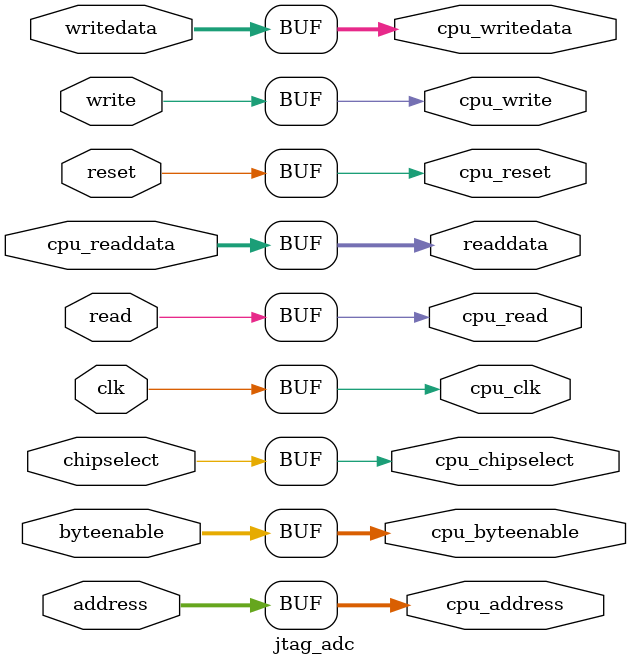
<source format=v>

module jtag_adc #(
  parameter AUTO_CLOCK_CLOCK_RATE = "-1"
)(
  input  wire         clk,            // clock.clk
  input  wire         reset,          // reset.reset
  input  wire [11:0]  address,        //    s1.address
  input  wire         chipselect,     //      .chipselect
  output wire [31:0]  readdata,       //      .readdata
  input  wire         read,           //      .read
  input  wire [31:0]  writedata,      //      .writedata
  input  wire         write,          //      .write
  input  wire  [3:0]  byteenable,     //      .byteenable

  output wire         cpu_clk,            //  extram.cpu_clk
  output wire         cpu_reset,          //        .cpu_reset
  output wire [11:0]  cpu_address,        //        .cpu_address
  output wire         cpu_chipselect,     //        .cpu_chipselect
  input  wire [31:0]  cpu_readdata,       //        .cpu_readdata
  output wire         cpu_read,           //        .cpu_read
  output wire [31:0]  cpu_writedata,      //        .cpu_writedata
  output wire         cpu_write,          //        .cpu_write
  output wire  [3:0]  cpu_byteenable     //        .cpu_byteenable

);

  assign cpu_clk = clk;
  assign cpu_reset = reset;
  assign cpu_address = address;
  assign cpu_chipselect = chipselect;
  assign readdata = cpu_readdata;
  assign cpu_read = read;
  assign cpu_writedata = writedata;
  assign cpu_write = write;
  assign cpu_byteenable = byteenable;

endmodule

</source>
